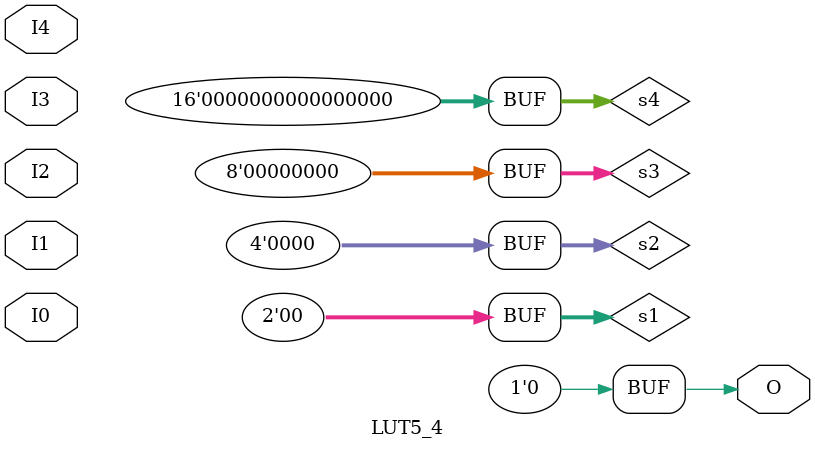
<source format=v>
module LUT5_4(output O, input I0, I1, I2, I3, I4);
  parameter [31:0] INIT = 0;
  wire [15: 0] s4 = I4 ? INIT[31:16] : INIT[15: 0];
  wire [ 7: 0] s3 = I3 ?   s4[15: 8] :   s4[ 7: 0];
  wire [ 3: 0] s2 = I2 ?   s3[ 7: 4] :   s3[ 3: 0];
  wire [ 1: 0] s1 = I1 ?   s2[ 3: 2] :   s2[ 1: 0];
  assign O = I0 ? s1[1] : s1[0];
endmodule
</source>
